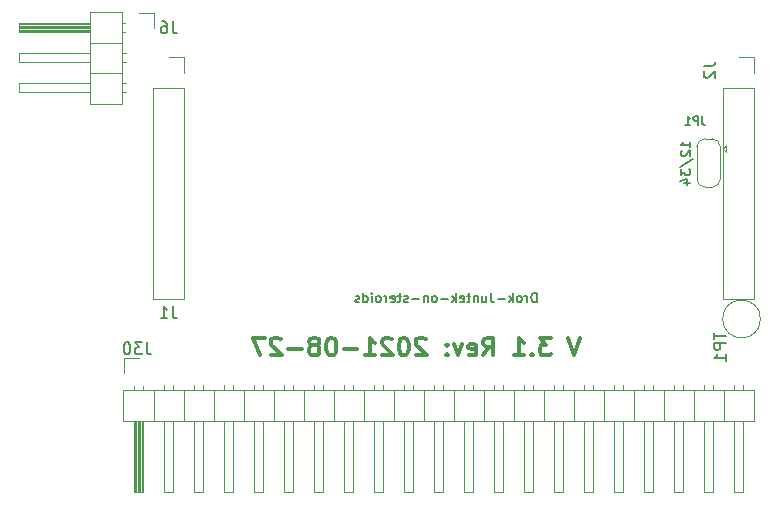
<source format=gbo>
G04 #@! TF.GenerationSoftware,KiCad,Pcbnew,(5.1.10)-1*
G04 #@! TF.CreationDate,2021-08-27T23:45:12+02:00*
G04 #@! TF.ProjectId,JuntekOnSteroidsTTGO,4a756e74-656b-44f6-9e53-7465726f6964,2.5*
G04 #@! TF.SameCoordinates,PX5b716c8PY5b716c8*
G04 #@! TF.FileFunction,Legend,Bot*
G04 #@! TF.FilePolarity,Positive*
%FSLAX46Y46*%
G04 Gerber Fmt 4.6, Leading zero omitted, Abs format (unit mm)*
G04 Created by KiCad (PCBNEW (5.1.10)-1) date 2021-08-27 23:45:12*
%MOMM*%
%LPD*%
G01*
G04 APERTURE LIST*
%ADD10C,0.300000*%
%ADD11C,0.150000*%
%ADD12C,0.120000*%
G04 APERTURE END LIST*
D10*
X42467857Y8060429D02*
X41967857Y6560429D01*
X41467857Y8060429D01*
X39967857Y8060429D02*
X39039285Y8060429D01*
X39539285Y7489000D01*
X39325000Y7489000D01*
X39182142Y7417572D01*
X39110714Y7346143D01*
X39039285Y7203286D01*
X39039285Y6846143D01*
X39110714Y6703286D01*
X39182142Y6631858D01*
X39325000Y6560429D01*
X39753571Y6560429D01*
X39896428Y6631858D01*
X39967857Y6703286D01*
X38396428Y6703286D02*
X38325000Y6631858D01*
X38396428Y6560429D01*
X38467857Y6631858D01*
X38396428Y6703286D01*
X38396428Y6560429D01*
X36896428Y6560429D02*
X37753571Y6560429D01*
X37325000Y6560429D02*
X37325000Y8060429D01*
X37467857Y7846143D01*
X37610714Y7703286D01*
X37753571Y7631858D01*
X34253571Y6560429D02*
X34753571Y7274715D01*
X35110714Y6560429D02*
X35110714Y8060429D01*
X34539285Y8060429D01*
X34396428Y7989000D01*
X34325000Y7917572D01*
X34253571Y7774715D01*
X34253571Y7560429D01*
X34325000Y7417572D01*
X34396428Y7346143D01*
X34539285Y7274715D01*
X35110714Y7274715D01*
X33039285Y6631858D02*
X33182142Y6560429D01*
X33467857Y6560429D01*
X33610714Y6631858D01*
X33682142Y6774715D01*
X33682142Y7346143D01*
X33610714Y7489000D01*
X33467857Y7560429D01*
X33182142Y7560429D01*
X33039285Y7489000D01*
X32967857Y7346143D01*
X32967857Y7203286D01*
X33682142Y7060429D01*
X32467857Y7560429D02*
X32110714Y6560429D01*
X31753571Y7560429D01*
X31182142Y6703286D02*
X31110714Y6631858D01*
X31182142Y6560429D01*
X31253571Y6631858D01*
X31182142Y6703286D01*
X31182142Y6560429D01*
X31182142Y7489000D02*
X31110714Y7417572D01*
X31182142Y7346143D01*
X31253571Y7417572D01*
X31182142Y7489000D01*
X31182142Y7346143D01*
X29396428Y7917572D02*
X29325000Y7989000D01*
X29182142Y8060429D01*
X28825000Y8060429D01*
X28682142Y7989000D01*
X28610714Y7917572D01*
X28539285Y7774715D01*
X28539285Y7631858D01*
X28610714Y7417572D01*
X29467857Y6560429D01*
X28539285Y6560429D01*
X27610714Y8060429D02*
X27467857Y8060429D01*
X27325000Y7989000D01*
X27253571Y7917572D01*
X27182142Y7774715D01*
X27110714Y7489000D01*
X27110714Y7131858D01*
X27182142Y6846143D01*
X27253571Y6703286D01*
X27325000Y6631858D01*
X27467857Y6560429D01*
X27610714Y6560429D01*
X27753571Y6631858D01*
X27825000Y6703286D01*
X27896428Y6846143D01*
X27967857Y7131858D01*
X27967857Y7489000D01*
X27896428Y7774715D01*
X27825000Y7917572D01*
X27753571Y7989000D01*
X27610714Y8060429D01*
X26539285Y7917572D02*
X26467857Y7989000D01*
X26325000Y8060429D01*
X25967857Y8060429D01*
X25825000Y7989000D01*
X25753571Y7917572D01*
X25682142Y7774715D01*
X25682142Y7631858D01*
X25753571Y7417572D01*
X26610714Y6560429D01*
X25682142Y6560429D01*
X24253571Y6560429D02*
X25110714Y6560429D01*
X24682142Y6560429D02*
X24682142Y8060429D01*
X24825000Y7846143D01*
X24967857Y7703286D01*
X25110714Y7631858D01*
X23610714Y7131858D02*
X22467857Y7131858D01*
X21467857Y8060429D02*
X21325000Y8060429D01*
X21182142Y7989000D01*
X21110714Y7917572D01*
X21039285Y7774715D01*
X20967857Y7489000D01*
X20967857Y7131858D01*
X21039285Y6846143D01*
X21110714Y6703286D01*
X21182142Y6631858D01*
X21325000Y6560429D01*
X21467857Y6560429D01*
X21610714Y6631858D01*
X21682142Y6703286D01*
X21753571Y6846143D01*
X21825000Y7131858D01*
X21825000Y7489000D01*
X21753571Y7774715D01*
X21682142Y7917572D01*
X21610714Y7989000D01*
X21467857Y8060429D01*
X20110714Y7417572D02*
X20253571Y7489000D01*
X20325000Y7560429D01*
X20396428Y7703286D01*
X20396428Y7774715D01*
X20325000Y7917572D01*
X20253571Y7989000D01*
X20110714Y8060429D01*
X19825000Y8060429D01*
X19682142Y7989000D01*
X19610714Y7917572D01*
X19539285Y7774715D01*
X19539285Y7703286D01*
X19610714Y7560429D01*
X19682142Y7489000D01*
X19825000Y7417572D01*
X20110714Y7417572D01*
X20253571Y7346143D01*
X20325000Y7274715D01*
X20396428Y7131858D01*
X20396428Y6846143D01*
X20325000Y6703286D01*
X20253571Y6631858D01*
X20110714Y6560429D01*
X19825000Y6560429D01*
X19682142Y6631858D01*
X19610714Y6703286D01*
X19539285Y6846143D01*
X19539285Y7131858D01*
X19610714Y7274715D01*
X19682142Y7346143D01*
X19825000Y7417572D01*
X18896428Y7131858D02*
X17753571Y7131858D01*
X17110714Y7917572D02*
X17039285Y7989000D01*
X16896428Y8060429D01*
X16539285Y8060429D01*
X16396428Y7989000D01*
X16325000Y7917572D01*
X16253571Y7774715D01*
X16253571Y7631858D01*
X16325000Y7417572D01*
X17182142Y6560429D01*
X16253571Y6560429D01*
X15753571Y8060429D02*
X14753571Y8060429D01*
X15396428Y6560429D01*
D11*
X51796904Y24193334D02*
X51796904Y24650477D01*
X51796904Y24421905D02*
X50996904Y24421905D01*
X51111190Y24498096D01*
X51187380Y24574286D01*
X51225476Y24650477D01*
X51073095Y23888572D02*
X51035000Y23850477D01*
X50996904Y23774286D01*
X50996904Y23583810D01*
X51035000Y23507620D01*
X51073095Y23469524D01*
X51149285Y23431429D01*
X51225476Y23431429D01*
X51339761Y23469524D01*
X51796904Y23926667D01*
X51796904Y23431429D01*
X50958809Y22517143D02*
X51987380Y23202858D01*
X50996904Y22326667D02*
X50996904Y21831429D01*
X51301666Y22098096D01*
X51301666Y21983810D01*
X51339761Y21907620D01*
X51377857Y21869524D01*
X51454047Y21831429D01*
X51644523Y21831429D01*
X51720714Y21869524D01*
X51758809Y21907620D01*
X51796904Y21983810D01*
X51796904Y22212381D01*
X51758809Y22288572D01*
X51720714Y22326667D01*
X51263571Y21145715D02*
X51796904Y21145715D01*
X50958809Y21336191D02*
X51530238Y21526667D01*
X51530238Y21031429D01*
X38772142Y11068096D02*
X38772142Y11868096D01*
X38581666Y11868096D01*
X38467380Y11830000D01*
X38391190Y11753810D01*
X38353095Y11677620D01*
X38315000Y11525239D01*
X38315000Y11410953D01*
X38353095Y11258572D01*
X38391190Y11182381D01*
X38467380Y11106191D01*
X38581666Y11068096D01*
X38772142Y11068096D01*
X37972142Y11068096D02*
X37972142Y11601429D01*
X37972142Y11449048D02*
X37934047Y11525239D01*
X37895952Y11563334D01*
X37819761Y11601429D01*
X37743571Y11601429D01*
X37362619Y11068096D02*
X37438809Y11106191D01*
X37476904Y11144286D01*
X37515000Y11220477D01*
X37515000Y11449048D01*
X37476904Y11525239D01*
X37438809Y11563334D01*
X37362619Y11601429D01*
X37248333Y11601429D01*
X37172142Y11563334D01*
X37134047Y11525239D01*
X37095952Y11449048D01*
X37095952Y11220477D01*
X37134047Y11144286D01*
X37172142Y11106191D01*
X37248333Y11068096D01*
X37362619Y11068096D01*
X36753095Y11068096D02*
X36753095Y11868096D01*
X36676904Y11372858D02*
X36448333Y11068096D01*
X36448333Y11601429D02*
X36753095Y11296667D01*
X36105476Y11372858D02*
X35495952Y11372858D01*
X34886428Y11868096D02*
X34886428Y11296667D01*
X34924523Y11182381D01*
X35000714Y11106191D01*
X35115000Y11068096D01*
X35191190Y11068096D01*
X34162619Y11601429D02*
X34162619Y11068096D01*
X34505476Y11601429D02*
X34505476Y11182381D01*
X34467380Y11106191D01*
X34391190Y11068096D01*
X34276904Y11068096D01*
X34200714Y11106191D01*
X34162619Y11144286D01*
X33781666Y11601429D02*
X33781666Y11068096D01*
X33781666Y11525239D02*
X33743571Y11563334D01*
X33667380Y11601429D01*
X33553095Y11601429D01*
X33476904Y11563334D01*
X33438809Y11487143D01*
X33438809Y11068096D01*
X33172142Y11601429D02*
X32867380Y11601429D01*
X33057857Y11868096D02*
X33057857Y11182381D01*
X33019761Y11106191D01*
X32943571Y11068096D01*
X32867380Y11068096D01*
X32295952Y11106191D02*
X32372142Y11068096D01*
X32524523Y11068096D01*
X32600714Y11106191D01*
X32638809Y11182381D01*
X32638809Y11487143D01*
X32600714Y11563334D01*
X32524523Y11601429D01*
X32372142Y11601429D01*
X32295952Y11563334D01*
X32257857Y11487143D01*
X32257857Y11410953D01*
X32638809Y11334762D01*
X31915000Y11068096D02*
X31915000Y11868096D01*
X31838809Y11372858D02*
X31610238Y11068096D01*
X31610238Y11601429D02*
X31915000Y11296667D01*
X31267380Y11372858D02*
X30657857Y11372858D01*
X30162619Y11068096D02*
X30238809Y11106191D01*
X30276904Y11144286D01*
X30315000Y11220477D01*
X30315000Y11449048D01*
X30276904Y11525239D01*
X30238809Y11563334D01*
X30162619Y11601429D01*
X30048333Y11601429D01*
X29972142Y11563334D01*
X29934047Y11525239D01*
X29895952Y11449048D01*
X29895952Y11220477D01*
X29934047Y11144286D01*
X29972142Y11106191D01*
X30048333Y11068096D01*
X30162619Y11068096D01*
X29553095Y11601429D02*
X29553095Y11068096D01*
X29553095Y11525239D02*
X29515000Y11563334D01*
X29438809Y11601429D01*
X29324523Y11601429D01*
X29248333Y11563334D01*
X29210238Y11487143D01*
X29210238Y11068096D01*
X28829285Y11372858D02*
X28219761Y11372858D01*
X27876904Y11106191D02*
X27800714Y11068096D01*
X27648333Y11068096D01*
X27572142Y11106191D01*
X27534047Y11182381D01*
X27534047Y11220477D01*
X27572142Y11296667D01*
X27648333Y11334762D01*
X27762619Y11334762D01*
X27838809Y11372858D01*
X27876904Y11449048D01*
X27876904Y11487143D01*
X27838809Y11563334D01*
X27762619Y11601429D01*
X27648333Y11601429D01*
X27572142Y11563334D01*
X27305476Y11601429D02*
X27000714Y11601429D01*
X27191190Y11868096D02*
X27191190Y11182381D01*
X27153095Y11106191D01*
X27076904Y11068096D01*
X27000714Y11068096D01*
X26429285Y11106191D02*
X26505476Y11068096D01*
X26657857Y11068096D01*
X26734047Y11106191D01*
X26772142Y11182381D01*
X26772142Y11487143D01*
X26734047Y11563334D01*
X26657857Y11601429D01*
X26505476Y11601429D01*
X26429285Y11563334D01*
X26391190Y11487143D01*
X26391190Y11410953D01*
X26772142Y11334762D01*
X26048333Y11068096D02*
X26048333Y11601429D01*
X26048333Y11449048D02*
X26010238Y11525239D01*
X25972142Y11563334D01*
X25895952Y11601429D01*
X25819761Y11601429D01*
X25438809Y11068096D02*
X25515000Y11106191D01*
X25553095Y11144286D01*
X25591190Y11220477D01*
X25591190Y11449048D01*
X25553095Y11525239D01*
X25515000Y11563334D01*
X25438809Y11601429D01*
X25324523Y11601429D01*
X25248333Y11563334D01*
X25210238Y11525239D01*
X25172142Y11449048D01*
X25172142Y11220477D01*
X25210238Y11144286D01*
X25248333Y11106191D01*
X25324523Y11068096D01*
X25438809Y11068096D01*
X24829285Y11068096D02*
X24829285Y11601429D01*
X24829285Y11868096D02*
X24867380Y11830000D01*
X24829285Y11791905D01*
X24791190Y11830000D01*
X24829285Y11868096D01*
X24829285Y11791905D01*
X24105476Y11068096D02*
X24105476Y11868096D01*
X24105476Y11106191D02*
X24181666Y11068096D01*
X24334047Y11068096D01*
X24410238Y11106191D01*
X24448333Y11144286D01*
X24486428Y11220477D01*
X24486428Y11449048D01*
X24448333Y11525239D01*
X24410238Y11563334D01*
X24334047Y11601429D01*
X24181666Y11601429D01*
X24105476Y11563334D01*
X23762619Y11106191D02*
X23686428Y11068096D01*
X23534047Y11068096D01*
X23457857Y11106191D01*
X23419761Y11182381D01*
X23419761Y11220477D01*
X23457857Y11296667D01*
X23534047Y11334762D01*
X23648333Y11334762D01*
X23724523Y11372858D01*
X23762619Y11449048D01*
X23762619Y11487143D01*
X23724523Y11563334D01*
X23648333Y11601429D01*
X23534047Y11601429D01*
X23457857Y11563334D01*
D12*
G04 #@! TO.C,TP1*
X57734781Y9652000D02*
G75*
G03*
X57734781Y9652000I-1600781J0D01*
G01*
G04 #@! TO.C,JP1*
X54540000Y24060000D02*
X54840000Y23760000D01*
X54840000Y24360000D02*
X54840000Y23760000D01*
X54540000Y24060000D02*
X54840000Y24360000D01*
X53640000Y24910000D02*
X53040000Y24910000D01*
X54340000Y21460000D02*
X54340000Y24260000D01*
X53040000Y20810000D02*
X53640000Y20810000D01*
X52340000Y24260000D02*
X52340000Y21460000D01*
X53040000Y24910000D02*
G75*
G03*
X52340000Y24210000I0J-700000D01*
G01*
X54340000Y24210000D02*
G75*
G03*
X53640000Y24910000I-700000J0D01*
G01*
X53640000Y20810000D02*
G75*
G03*
X54340000Y21510000I0J700000D01*
G01*
X52340000Y21510000D02*
G75*
G03*
X53040000Y20810000I700000J0D01*
G01*
G04 #@! TO.C,J30*
X3810000Y6350000D02*
X3810000Y5080000D01*
X5080000Y6350000D02*
X3810000Y6350000D01*
X56260000Y4037071D02*
X56260000Y3640000D01*
X55500000Y4037071D02*
X55500000Y3640000D01*
X56260000Y-5020000D02*
X56260000Y980000D01*
X55500000Y-5020000D02*
X56260000Y-5020000D01*
X55500000Y980000D02*
X55500000Y-5020000D01*
X54610000Y3640000D02*
X54610000Y980000D01*
X53720000Y4037071D02*
X53720000Y3640000D01*
X52960000Y4037071D02*
X52960000Y3640000D01*
X53720000Y-5020000D02*
X53720000Y980000D01*
X52960000Y-5020000D02*
X53720000Y-5020000D01*
X52960000Y980000D02*
X52960000Y-5020000D01*
X52070000Y3640000D02*
X52070000Y980000D01*
X51180000Y4037071D02*
X51180000Y3640000D01*
X50420000Y4037071D02*
X50420000Y3640000D01*
X51180000Y-5020000D02*
X51180000Y980000D01*
X50420000Y-5020000D02*
X51180000Y-5020000D01*
X50420000Y980000D02*
X50420000Y-5020000D01*
X49530000Y3640000D02*
X49530000Y980000D01*
X48640000Y4037071D02*
X48640000Y3640000D01*
X47880000Y4037071D02*
X47880000Y3640000D01*
X48640000Y-5020000D02*
X48640000Y980000D01*
X47880000Y-5020000D02*
X48640000Y-5020000D01*
X47880000Y980000D02*
X47880000Y-5020000D01*
X46990000Y3640000D02*
X46990000Y980000D01*
X46100000Y4037071D02*
X46100000Y3640000D01*
X45340000Y4037071D02*
X45340000Y3640000D01*
X46100000Y-5020000D02*
X46100000Y980000D01*
X45340000Y-5020000D02*
X46100000Y-5020000D01*
X45340000Y980000D02*
X45340000Y-5020000D01*
X44450000Y3640000D02*
X44450000Y980000D01*
X43560000Y4037071D02*
X43560000Y3640000D01*
X42800000Y4037071D02*
X42800000Y3640000D01*
X43560000Y-5020000D02*
X43560000Y980000D01*
X42800000Y-5020000D02*
X43560000Y-5020000D01*
X42800000Y980000D02*
X42800000Y-5020000D01*
X41910000Y3640000D02*
X41910000Y980000D01*
X41020000Y4037071D02*
X41020000Y3640000D01*
X40260000Y4037071D02*
X40260000Y3640000D01*
X41020000Y-5020000D02*
X41020000Y980000D01*
X40260000Y-5020000D02*
X41020000Y-5020000D01*
X40260000Y980000D02*
X40260000Y-5020000D01*
X39370000Y3640000D02*
X39370000Y980000D01*
X38480000Y4037071D02*
X38480000Y3640000D01*
X37720000Y4037071D02*
X37720000Y3640000D01*
X38480000Y-5020000D02*
X38480000Y980000D01*
X37720000Y-5020000D02*
X38480000Y-5020000D01*
X37720000Y980000D02*
X37720000Y-5020000D01*
X36830000Y3640000D02*
X36830000Y980000D01*
X35940000Y4037071D02*
X35940000Y3640000D01*
X35180000Y4037071D02*
X35180000Y3640000D01*
X35940000Y-5020000D02*
X35940000Y980000D01*
X35180000Y-5020000D02*
X35940000Y-5020000D01*
X35180000Y980000D02*
X35180000Y-5020000D01*
X34290000Y3640000D02*
X34290000Y980000D01*
X33400000Y4037071D02*
X33400000Y3640000D01*
X32640000Y4037071D02*
X32640000Y3640000D01*
X33400000Y-5020000D02*
X33400000Y980000D01*
X32640000Y-5020000D02*
X33400000Y-5020000D01*
X32640000Y980000D02*
X32640000Y-5020000D01*
X31750000Y3640000D02*
X31750000Y980000D01*
X30860000Y4037071D02*
X30860000Y3640000D01*
X30100000Y4037071D02*
X30100000Y3640000D01*
X30860000Y-5020000D02*
X30860000Y980000D01*
X30100000Y-5020000D02*
X30860000Y-5020000D01*
X30100000Y980000D02*
X30100000Y-5020000D01*
X29210000Y3640000D02*
X29210000Y980000D01*
X28320000Y4037071D02*
X28320000Y3640000D01*
X27560000Y4037071D02*
X27560000Y3640000D01*
X28320000Y-5020000D02*
X28320000Y980000D01*
X27560000Y-5020000D02*
X28320000Y-5020000D01*
X27560000Y980000D02*
X27560000Y-5020000D01*
X26670000Y3640000D02*
X26670000Y980000D01*
X25780000Y4037071D02*
X25780000Y3640000D01*
X25020000Y4037071D02*
X25020000Y3640000D01*
X25780000Y-5020000D02*
X25780000Y980000D01*
X25020000Y-5020000D02*
X25780000Y-5020000D01*
X25020000Y980000D02*
X25020000Y-5020000D01*
X24130000Y3640000D02*
X24130000Y980000D01*
X23240000Y4037071D02*
X23240000Y3640000D01*
X22480000Y4037071D02*
X22480000Y3640000D01*
X23240000Y-5020000D02*
X23240000Y980000D01*
X22480000Y-5020000D02*
X23240000Y-5020000D01*
X22480000Y980000D02*
X22480000Y-5020000D01*
X21590000Y3640000D02*
X21590000Y980000D01*
X20700000Y4037071D02*
X20700000Y3640000D01*
X19940000Y4037071D02*
X19940000Y3640000D01*
X20700000Y-5020000D02*
X20700000Y980000D01*
X19940000Y-5020000D02*
X20700000Y-5020000D01*
X19940000Y980000D02*
X19940000Y-5020000D01*
X19050000Y3640000D02*
X19050000Y980000D01*
X18160000Y4037071D02*
X18160000Y3640000D01*
X17400000Y4037071D02*
X17400000Y3640000D01*
X18160000Y-5020000D02*
X18160000Y980000D01*
X17400000Y-5020000D02*
X18160000Y-5020000D01*
X17400000Y980000D02*
X17400000Y-5020000D01*
X16510000Y3640000D02*
X16510000Y980000D01*
X15620000Y4037071D02*
X15620000Y3640000D01*
X14860000Y4037071D02*
X14860000Y3640000D01*
X15620000Y-5020000D02*
X15620000Y980000D01*
X14860000Y-5020000D02*
X15620000Y-5020000D01*
X14860000Y980000D02*
X14860000Y-5020000D01*
X13970000Y3640000D02*
X13970000Y980000D01*
X13080000Y4037071D02*
X13080000Y3640000D01*
X12320000Y4037071D02*
X12320000Y3640000D01*
X13080000Y-5020000D02*
X13080000Y980000D01*
X12320000Y-5020000D02*
X13080000Y-5020000D01*
X12320000Y980000D02*
X12320000Y-5020000D01*
X11430000Y3640000D02*
X11430000Y980000D01*
X10540000Y4037071D02*
X10540000Y3640000D01*
X9780000Y4037071D02*
X9780000Y3640000D01*
X10540000Y-5020000D02*
X10540000Y980000D01*
X9780000Y-5020000D02*
X10540000Y-5020000D01*
X9780000Y980000D02*
X9780000Y-5020000D01*
X8890000Y3640000D02*
X8890000Y980000D01*
X8000000Y4037071D02*
X8000000Y3640000D01*
X7240000Y4037071D02*
X7240000Y3640000D01*
X8000000Y-5020000D02*
X8000000Y980000D01*
X7240000Y-5020000D02*
X8000000Y-5020000D01*
X7240000Y980000D02*
X7240000Y-5020000D01*
X6350000Y3640000D02*
X6350000Y980000D01*
X5460000Y3970000D02*
X5460000Y3640000D01*
X4700000Y3970000D02*
X4700000Y3640000D01*
X5360000Y980000D02*
X5360000Y-5020000D01*
X5240000Y980000D02*
X5240000Y-5020000D01*
X5120000Y980000D02*
X5120000Y-5020000D01*
X5000000Y980000D02*
X5000000Y-5020000D01*
X4880000Y980000D02*
X4880000Y-5020000D01*
X4760000Y980000D02*
X4760000Y-5020000D01*
X5460000Y-5020000D02*
X5460000Y980000D01*
X4700000Y-5020000D02*
X5460000Y-5020000D01*
X4700000Y980000D02*
X4700000Y-5020000D01*
X3750000Y980000D02*
X3750000Y3640000D01*
X57210000Y980000D02*
X3750000Y980000D01*
X57210000Y3640000D02*
X57210000Y980000D01*
X3750000Y3640000D02*
X57210000Y3640000D01*
G04 #@! TO.C,J6*
X6350000Y35560000D02*
X5080000Y35560000D01*
X6350000Y34290000D02*
X6350000Y35560000D01*
X4037071Y28830000D02*
X3640000Y28830000D01*
X4037071Y29590000D02*
X3640000Y29590000D01*
X-5020000Y28830000D02*
X980000Y28830000D01*
X-5020000Y29590000D02*
X-5020000Y28830000D01*
X980000Y29590000D02*
X-5020000Y29590000D01*
X3640000Y30480000D02*
X980000Y30480000D01*
X4037071Y31370000D02*
X3640000Y31370000D01*
X4037071Y32130000D02*
X3640000Y32130000D01*
X-5020000Y31370000D02*
X980000Y31370000D01*
X-5020000Y32130000D02*
X-5020000Y31370000D01*
X980000Y32130000D02*
X-5020000Y32130000D01*
X3640000Y33020000D02*
X980000Y33020000D01*
X3970000Y33910000D02*
X3640000Y33910000D01*
X3970000Y34670000D02*
X3640000Y34670000D01*
X980000Y34010000D02*
X-5020000Y34010000D01*
X980000Y34130000D02*
X-5020000Y34130000D01*
X980000Y34250000D02*
X-5020000Y34250000D01*
X980000Y34370000D02*
X-5020000Y34370000D01*
X980000Y34490000D02*
X-5020000Y34490000D01*
X980000Y34610000D02*
X-5020000Y34610000D01*
X-5020000Y33910000D02*
X980000Y33910000D01*
X-5020000Y34670000D02*
X-5020000Y33910000D01*
X980000Y34670000D02*
X-5020000Y34670000D01*
X980000Y35620000D02*
X3640000Y35620000D01*
X980000Y27880000D02*
X980000Y35620000D01*
X3640000Y27880000D02*
X980000Y27880000D01*
X3640000Y35620000D02*
X3640000Y27880000D01*
G04 #@! TO.C,J2*
X57210000Y11370000D02*
X54550000Y11370000D01*
X57210000Y29210000D02*
X57210000Y11370000D01*
X54550000Y29210000D02*
X54550000Y11370000D01*
X57210000Y29210000D02*
X54550000Y29210000D01*
X57210000Y30480000D02*
X57210000Y31810000D01*
X57210000Y31810000D02*
X55880000Y31810000D01*
G04 #@! TO.C,J1*
X8950000Y11370000D02*
X6290000Y11370000D01*
X8950000Y29210000D02*
X8950000Y11370000D01*
X6290000Y29210000D02*
X6290000Y11370000D01*
X8950000Y29210000D02*
X6290000Y29210000D01*
X8950000Y30480000D02*
X8950000Y31810000D01*
X8950000Y31810000D02*
X7620000Y31810000D01*
G04 #@! TO.C,TP1*
D11*
X53808380Y8500905D02*
X53808380Y7929477D01*
X54808380Y8215191D02*
X53808380Y8215191D01*
X54808380Y7596143D02*
X53808380Y7596143D01*
X53808380Y7215191D01*
X53856000Y7119953D01*
X53903619Y7072334D01*
X53998857Y7024715D01*
X54141714Y7024715D01*
X54236952Y7072334D01*
X54284571Y7119953D01*
X54332190Y7215191D01*
X54332190Y7596143D01*
X54808380Y6072334D02*
X54808380Y6643762D01*
X54808380Y6358048D02*
X53808380Y6358048D01*
X53951238Y6453286D01*
X54046476Y6548524D01*
X54094095Y6643762D01*
G04 #@! TO.C,JP1*
X52780333Y26799334D02*
X52780333Y26299334D01*
X52813666Y26199334D01*
X52880333Y26132667D01*
X52980333Y26099334D01*
X53047000Y26099334D01*
X52447000Y26099334D02*
X52447000Y26799334D01*
X52180333Y26799334D01*
X52113666Y26766000D01*
X52080333Y26732667D01*
X52047000Y26666000D01*
X52047000Y26566000D01*
X52080333Y26499334D01*
X52113666Y26466000D01*
X52180333Y26432667D01*
X52447000Y26432667D01*
X51380333Y26099334D02*
X51780333Y26099334D01*
X51580333Y26099334D02*
X51580333Y26799334D01*
X51647000Y26699334D01*
X51713666Y26632667D01*
X51780333Y26599334D01*
G04 #@! TO.C,J30*
X5762523Y7659620D02*
X5762523Y6945334D01*
X5810142Y6802477D01*
X5905380Y6707239D01*
X6048238Y6659620D01*
X6143476Y6659620D01*
X5381571Y7659620D02*
X4762523Y7659620D01*
X5095857Y7278667D01*
X4953000Y7278667D01*
X4857761Y7231048D01*
X4810142Y7183429D01*
X4762523Y7088191D01*
X4762523Y6850096D01*
X4810142Y6754858D01*
X4857761Y6707239D01*
X4953000Y6659620D01*
X5238714Y6659620D01*
X5333952Y6707239D01*
X5381571Y6754858D01*
X4143476Y7659620D02*
X4048238Y7659620D01*
X3953000Y7612000D01*
X3905380Y7564381D01*
X3857761Y7469143D01*
X3810142Y7278667D01*
X3810142Y7040572D01*
X3857761Y6850096D01*
X3905380Y6754858D01*
X3953000Y6707239D01*
X4048238Y6659620D01*
X4143476Y6659620D01*
X4238714Y6707239D01*
X4286333Y6754858D01*
X4333952Y6850096D01*
X4381571Y7040572D01*
X4381571Y7278667D01*
X4333952Y7469143D01*
X4286333Y7564381D01*
X4238714Y7612000D01*
X4143476Y7659620D01*
G04 #@! TO.C,J6*
X7953333Y34837620D02*
X7953333Y34123334D01*
X8000952Y33980477D01*
X8096190Y33885239D01*
X8239047Y33837620D01*
X8334285Y33837620D01*
X7048571Y34837620D02*
X7239047Y34837620D01*
X7334285Y34790000D01*
X7381904Y34742381D01*
X7477142Y34599524D01*
X7524761Y34409048D01*
X7524761Y34028096D01*
X7477142Y33932858D01*
X7429523Y33885239D01*
X7334285Y33837620D01*
X7143809Y33837620D01*
X7048571Y33885239D01*
X7000952Y33932858D01*
X6953333Y34028096D01*
X6953333Y34266191D01*
X7000952Y34361429D01*
X7048571Y34409048D01*
X7143809Y34456667D01*
X7334285Y34456667D01*
X7429523Y34409048D01*
X7477142Y34361429D01*
X7524761Y34266191D01*
G04 #@! TO.C,J2*
X52919380Y31067334D02*
X53633666Y31067334D01*
X53776523Y31114953D01*
X53871761Y31210191D01*
X53919380Y31353048D01*
X53919380Y31448286D01*
X53014619Y30638762D02*
X52967000Y30591143D01*
X52919380Y30495905D01*
X52919380Y30257810D01*
X52967000Y30162572D01*
X53014619Y30114953D01*
X53109857Y30067334D01*
X53205095Y30067334D01*
X53347952Y30114953D01*
X53919380Y30686381D01*
X53919380Y30067334D01*
G04 #@! TO.C,J1*
X7953333Y10707620D02*
X7953333Y9993334D01*
X8000952Y9850477D01*
X8096190Y9755239D01*
X8239047Y9707620D01*
X8334285Y9707620D01*
X6953333Y9707620D02*
X7524761Y9707620D01*
X7239047Y9707620D02*
X7239047Y10707620D01*
X7334285Y10564762D01*
X7429523Y10469524D01*
X7524761Y10421905D01*
G04 #@! TD*
M02*

</source>
